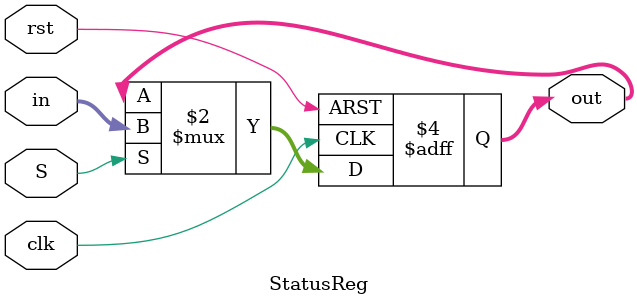
<source format=v>
module StatusReg (
    input clk, rst,
    input[3:0] in,
    input S,
    output reg[3:0] out
);

    always @(negedge clk, posedge rst) begin
        if (rst)
            out <= 4'b0;
        else if (S)
            out <= in;
    end
    
endmodule


</source>
